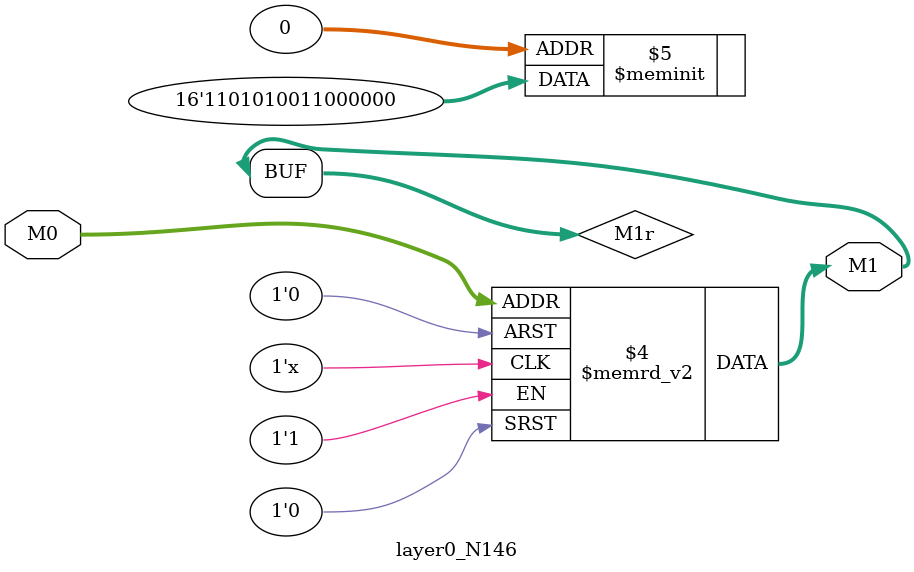
<source format=v>
module layer0_N146 ( input [2:0] M0, output [1:0] M1 );

	(*rom_style = "distributed" *) reg [1:0] M1r;
	assign M1 = M1r;
	always @ (M0) begin
		case (M0)
			3'b000: M1r = 2'b00;
			3'b100: M1r = 2'b00;
			3'b010: M1r = 2'b00;
			3'b110: M1r = 2'b01;
			3'b001: M1r = 2'b00;
			3'b101: M1r = 2'b01;
			3'b011: M1r = 2'b11;
			3'b111: M1r = 2'b11;

		endcase
	end
endmodule

</source>
